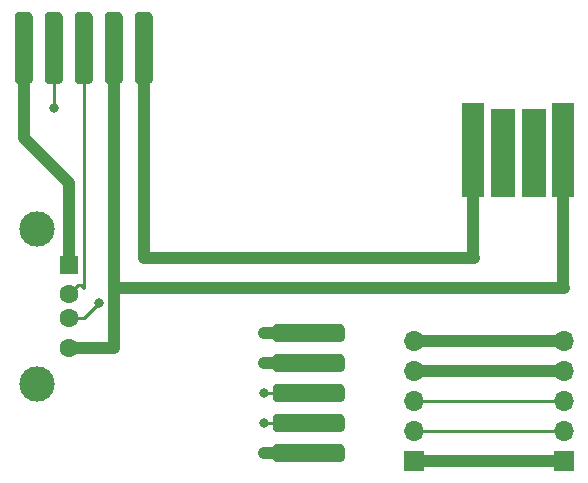
<source format=gbr>
G04 #@! TF.GenerationSoftware,KiCad,Pcbnew,5.1.4-5.1.4*
G04 #@! TF.CreationDate,2019-09-28T18:39:02+02:00*
G04 #@! TF.ProjectId,Multiboard,4d756c74-6962-46f6-9172-642e6b696361,rev?*
G04 #@! TF.SameCoordinates,Original*
G04 #@! TF.FileFunction,Copper,L1,Top*
G04 #@! TF.FilePolarity,Positive*
%FSLAX46Y46*%
G04 Gerber Fmt 4.6, Leading zero omitted, Abs format (unit mm)*
G04 Created by KiCad (PCBNEW 5.1.4-5.1.4) date 2019-09-28 18:39:02*
%MOMM*%
%LPD*%
G04 APERTURE LIST*
%ADD10O,1.700000X1.700000*%
%ADD11R,1.700000X1.700000*%
%ADD12R,1.900000X8.000000*%
%ADD13R,2.000000X7.500000*%
%ADD14C,0.100000*%
%ADD15C,1.524000*%
%ADD16C,3.000000*%
%ADD17R,1.600000X1.600000*%
%ADD18C,1.600000*%
%ADD19C,1.000000*%
%ADD20C,0.800000*%
%ADD21C,1.000000*%
%ADD22C,0.250000*%
G04 APERTURE END LIST*
D10*
X149860000Y-104854999D03*
X149860000Y-107394999D03*
X149860000Y-109934999D03*
X149860000Y-112474999D03*
D11*
X149860000Y-115014999D03*
D12*
X154910000Y-88650000D03*
X162530000Y-88650000D03*
D13*
X160020000Y-88900000D03*
X157420000Y-88900000D03*
D14*
G36*
X143674345Y-103379835D02*
G01*
X143711329Y-103385321D01*
X143747598Y-103394406D01*
X143782802Y-103407002D01*
X143816602Y-103422988D01*
X143848672Y-103442210D01*
X143878704Y-103464483D01*
X143906408Y-103489592D01*
X143931517Y-103517296D01*
X143953790Y-103547328D01*
X143973012Y-103579398D01*
X143988998Y-103613198D01*
X144001594Y-103648402D01*
X144010679Y-103684671D01*
X144016165Y-103721655D01*
X144018000Y-103759000D01*
X144018000Y-104521000D01*
X144016165Y-104558345D01*
X144010679Y-104595329D01*
X144001594Y-104631598D01*
X143988998Y-104666802D01*
X143973012Y-104700602D01*
X143953790Y-104732672D01*
X143931517Y-104762704D01*
X143906408Y-104790408D01*
X143878704Y-104815517D01*
X143848672Y-104837790D01*
X143816602Y-104857012D01*
X143782802Y-104872998D01*
X143747598Y-104885594D01*
X143711329Y-104894679D01*
X143674345Y-104900165D01*
X143637000Y-104902000D01*
X138303000Y-104902000D01*
X138265655Y-104900165D01*
X138228671Y-104894679D01*
X138192402Y-104885594D01*
X138157198Y-104872998D01*
X138123398Y-104857012D01*
X138091328Y-104837790D01*
X138061296Y-104815517D01*
X138033592Y-104790408D01*
X138008483Y-104762704D01*
X137986210Y-104732672D01*
X137966988Y-104700602D01*
X137951002Y-104666802D01*
X137938406Y-104631598D01*
X137929321Y-104595329D01*
X137923835Y-104558345D01*
X137922000Y-104521000D01*
X137922000Y-103759000D01*
X137923835Y-103721655D01*
X137929321Y-103684671D01*
X137938406Y-103648402D01*
X137951002Y-103613198D01*
X137966988Y-103579398D01*
X137986210Y-103547328D01*
X138008483Y-103517296D01*
X138033592Y-103489592D01*
X138061296Y-103464483D01*
X138091328Y-103442210D01*
X138123398Y-103422988D01*
X138157198Y-103407002D01*
X138192402Y-103394406D01*
X138228671Y-103385321D01*
X138265655Y-103379835D01*
X138303000Y-103378000D01*
X143637000Y-103378000D01*
X143674345Y-103379835D01*
X143674345Y-103379835D01*
G37*
D15*
X140970000Y-104140000D03*
D14*
G36*
X143674345Y-105919835D02*
G01*
X143711329Y-105925321D01*
X143747598Y-105934406D01*
X143782802Y-105947002D01*
X143816602Y-105962988D01*
X143848672Y-105982210D01*
X143878704Y-106004483D01*
X143906408Y-106029592D01*
X143931517Y-106057296D01*
X143953790Y-106087328D01*
X143973012Y-106119398D01*
X143988998Y-106153198D01*
X144001594Y-106188402D01*
X144010679Y-106224671D01*
X144016165Y-106261655D01*
X144018000Y-106299000D01*
X144018000Y-107061000D01*
X144016165Y-107098345D01*
X144010679Y-107135329D01*
X144001594Y-107171598D01*
X143988998Y-107206802D01*
X143973012Y-107240602D01*
X143953790Y-107272672D01*
X143931517Y-107302704D01*
X143906408Y-107330408D01*
X143878704Y-107355517D01*
X143848672Y-107377790D01*
X143816602Y-107397012D01*
X143782802Y-107412998D01*
X143747598Y-107425594D01*
X143711329Y-107434679D01*
X143674345Y-107440165D01*
X143637000Y-107442000D01*
X138303000Y-107442000D01*
X138265655Y-107440165D01*
X138228671Y-107434679D01*
X138192402Y-107425594D01*
X138157198Y-107412998D01*
X138123398Y-107397012D01*
X138091328Y-107377790D01*
X138061296Y-107355517D01*
X138033592Y-107330408D01*
X138008483Y-107302704D01*
X137986210Y-107272672D01*
X137966988Y-107240602D01*
X137951002Y-107206802D01*
X137938406Y-107171598D01*
X137929321Y-107135329D01*
X137923835Y-107098345D01*
X137922000Y-107061000D01*
X137922000Y-106299000D01*
X137923835Y-106261655D01*
X137929321Y-106224671D01*
X137938406Y-106188402D01*
X137951002Y-106153198D01*
X137966988Y-106119398D01*
X137986210Y-106087328D01*
X138008483Y-106057296D01*
X138033592Y-106029592D01*
X138061296Y-106004483D01*
X138091328Y-105982210D01*
X138123398Y-105962988D01*
X138157198Y-105947002D01*
X138192402Y-105934406D01*
X138228671Y-105925321D01*
X138265655Y-105919835D01*
X138303000Y-105918000D01*
X143637000Y-105918000D01*
X143674345Y-105919835D01*
X143674345Y-105919835D01*
G37*
D15*
X140970000Y-106680000D03*
D14*
G36*
X143674345Y-108459835D02*
G01*
X143711329Y-108465321D01*
X143747598Y-108474406D01*
X143782802Y-108487002D01*
X143816602Y-108502988D01*
X143848672Y-108522210D01*
X143878704Y-108544483D01*
X143906408Y-108569592D01*
X143931517Y-108597296D01*
X143953790Y-108627328D01*
X143973012Y-108659398D01*
X143988998Y-108693198D01*
X144001594Y-108728402D01*
X144010679Y-108764671D01*
X144016165Y-108801655D01*
X144018000Y-108839000D01*
X144018000Y-109601000D01*
X144016165Y-109638345D01*
X144010679Y-109675329D01*
X144001594Y-109711598D01*
X143988998Y-109746802D01*
X143973012Y-109780602D01*
X143953790Y-109812672D01*
X143931517Y-109842704D01*
X143906408Y-109870408D01*
X143878704Y-109895517D01*
X143848672Y-109917790D01*
X143816602Y-109937012D01*
X143782802Y-109952998D01*
X143747598Y-109965594D01*
X143711329Y-109974679D01*
X143674345Y-109980165D01*
X143637000Y-109982000D01*
X138303000Y-109982000D01*
X138265655Y-109980165D01*
X138228671Y-109974679D01*
X138192402Y-109965594D01*
X138157198Y-109952998D01*
X138123398Y-109937012D01*
X138091328Y-109917790D01*
X138061296Y-109895517D01*
X138033592Y-109870408D01*
X138008483Y-109842704D01*
X137986210Y-109812672D01*
X137966988Y-109780602D01*
X137951002Y-109746802D01*
X137938406Y-109711598D01*
X137929321Y-109675329D01*
X137923835Y-109638345D01*
X137922000Y-109601000D01*
X137922000Y-108839000D01*
X137923835Y-108801655D01*
X137929321Y-108764671D01*
X137938406Y-108728402D01*
X137951002Y-108693198D01*
X137966988Y-108659398D01*
X137986210Y-108627328D01*
X138008483Y-108597296D01*
X138033592Y-108569592D01*
X138061296Y-108544483D01*
X138091328Y-108522210D01*
X138123398Y-108502988D01*
X138157198Y-108487002D01*
X138192402Y-108474406D01*
X138228671Y-108465321D01*
X138265655Y-108459835D01*
X138303000Y-108458000D01*
X143637000Y-108458000D01*
X143674345Y-108459835D01*
X143674345Y-108459835D01*
G37*
D15*
X140970000Y-109220000D03*
D14*
G36*
X143674345Y-110999835D02*
G01*
X143711329Y-111005321D01*
X143747598Y-111014406D01*
X143782802Y-111027002D01*
X143816602Y-111042988D01*
X143848672Y-111062210D01*
X143878704Y-111084483D01*
X143906408Y-111109592D01*
X143931517Y-111137296D01*
X143953790Y-111167328D01*
X143973012Y-111199398D01*
X143988998Y-111233198D01*
X144001594Y-111268402D01*
X144010679Y-111304671D01*
X144016165Y-111341655D01*
X144018000Y-111379000D01*
X144018000Y-112141000D01*
X144016165Y-112178345D01*
X144010679Y-112215329D01*
X144001594Y-112251598D01*
X143988998Y-112286802D01*
X143973012Y-112320602D01*
X143953790Y-112352672D01*
X143931517Y-112382704D01*
X143906408Y-112410408D01*
X143878704Y-112435517D01*
X143848672Y-112457790D01*
X143816602Y-112477012D01*
X143782802Y-112492998D01*
X143747598Y-112505594D01*
X143711329Y-112514679D01*
X143674345Y-112520165D01*
X143637000Y-112522000D01*
X138303000Y-112522000D01*
X138265655Y-112520165D01*
X138228671Y-112514679D01*
X138192402Y-112505594D01*
X138157198Y-112492998D01*
X138123398Y-112477012D01*
X138091328Y-112457790D01*
X138061296Y-112435517D01*
X138033592Y-112410408D01*
X138008483Y-112382704D01*
X137986210Y-112352672D01*
X137966988Y-112320602D01*
X137951002Y-112286802D01*
X137938406Y-112251598D01*
X137929321Y-112215329D01*
X137923835Y-112178345D01*
X137922000Y-112141000D01*
X137922000Y-111379000D01*
X137923835Y-111341655D01*
X137929321Y-111304671D01*
X137938406Y-111268402D01*
X137951002Y-111233198D01*
X137966988Y-111199398D01*
X137986210Y-111167328D01*
X138008483Y-111137296D01*
X138033592Y-111109592D01*
X138061296Y-111084483D01*
X138091328Y-111062210D01*
X138123398Y-111042988D01*
X138157198Y-111027002D01*
X138192402Y-111014406D01*
X138228671Y-111005321D01*
X138265655Y-110999835D01*
X138303000Y-110998000D01*
X143637000Y-110998000D01*
X143674345Y-110999835D01*
X143674345Y-110999835D01*
G37*
D15*
X140970000Y-111760000D03*
D14*
G36*
X143674345Y-113539835D02*
G01*
X143711329Y-113545321D01*
X143747598Y-113554406D01*
X143782802Y-113567002D01*
X143816602Y-113582988D01*
X143848672Y-113602210D01*
X143878704Y-113624483D01*
X143906408Y-113649592D01*
X143931517Y-113677296D01*
X143953790Y-113707328D01*
X143973012Y-113739398D01*
X143988998Y-113773198D01*
X144001594Y-113808402D01*
X144010679Y-113844671D01*
X144016165Y-113881655D01*
X144018000Y-113919000D01*
X144018000Y-114681000D01*
X144016165Y-114718345D01*
X144010679Y-114755329D01*
X144001594Y-114791598D01*
X143988998Y-114826802D01*
X143973012Y-114860602D01*
X143953790Y-114892672D01*
X143931517Y-114922704D01*
X143906408Y-114950408D01*
X143878704Y-114975517D01*
X143848672Y-114997790D01*
X143816602Y-115017012D01*
X143782802Y-115032998D01*
X143747598Y-115045594D01*
X143711329Y-115054679D01*
X143674345Y-115060165D01*
X143637000Y-115062000D01*
X138303000Y-115062000D01*
X138265655Y-115060165D01*
X138228671Y-115054679D01*
X138192402Y-115045594D01*
X138157198Y-115032998D01*
X138123398Y-115017012D01*
X138091328Y-114997790D01*
X138061296Y-114975517D01*
X138033592Y-114950408D01*
X138008483Y-114922704D01*
X137986210Y-114892672D01*
X137966988Y-114860602D01*
X137951002Y-114826802D01*
X137938406Y-114791598D01*
X137929321Y-114755329D01*
X137923835Y-114718345D01*
X137922000Y-114681000D01*
X137922000Y-113919000D01*
X137923835Y-113881655D01*
X137929321Y-113844671D01*
X137938406Y-113808402D01*
X137951002Y-113773198D01*
X137966988Y-113739398D01*
X137986210Y-113707328D01*
X138008483Y-113677296D01*
X138033592Y-113649592D01*
X138061296Y-113624483D01*
X138091328Y-113602210D01*
X138123398Y-113582988D01*
X138157198Y-113567002D01*
X138192402Y-113554406D01*
X138228671Y-113545321D01*
X138265655Y-113539835D01*
X138303000Y-113538000D01*
X143637000Y-113538000D01*
X143674345Y-113539835D01*
X143674345Y-113539835D01*
G37*
D15*
X140970000Y-114300000D03*
D11*
X162560000Y-115014999D03*
D10*
X162560000Y-112474999D03*
X162560000Y-109934999D03*
X162560000Y-107394999D03*
X162560000Y-104854999D03*
D14*
G36*
X117258345Y-76963835D02*
G01*
X117295329Y-76969321D01*
X117331598Y-76978406D01*
X117366802Y-76991002D01*
X117400602Y-77006988D01*
X117432672Y-77026210D01*
X117462704Y-77048483D01*
X117490408Y-77073592D01*
X117515517Y-77101296D01*
X117537790Y-77131328D01*
X117557012Y-77163398D01*
X117572998Y-77197198D01*
X117585594Y-77232402D01*
X117594679Y-77268671D01*
X117600165Y-77305655D01*
X117602000Y-77343000D01*
X117602000Y-82677000D01*
X117600165Y-82714345D01*
X117594679Y-82751329D01*
X117585594Y-82787598D01*
X117572998Y-82822802D01*
X117557012Y-82856602D01*
X117537790Y-82888672D01*
X117515517Y-82918704D01*
X117490408Y-82946408D01*
X117462704Y-82971517D01*
X117432672Y-82993790D01*
X117400602Y-83013012D01*
X117366802Y-83028998D01*
X117331598Y-83041594D01*
X117295329Y-83050679D01*
X117258345Y-83056165D01*
X117221000Y-83058000D01*
X116459000Y-83058000D01*
X116421655Y-83056165D01*
X116384671Y-83050679D01*
X116348402Y-83041594D01*
X116313198Y-83028998D01*
X116279398Y-83013012D01*
X116247328Y-82993790D01*
X116217296Y-82971517D01*
X116189592Y-82946408D01*
X116164483Y-82918704D01*
X116142210Y-82888672D01*
X116122988Y-82856602D01*
X116107002Y-82822802D01*
X116094406Y-82787598D01*
X116085321Y-82751329D01*
X116079835Y-82714345D01*
X116078000Y-82677000D01*
X116078000Y-77343000D01*
X116079835Y-77305655D01*
X116085321Y-77268671D01*
X116094406Y-77232402D01*
X116107002Y-77197198D01*
X116122988Y-77163398D01*
X116142210Y-77131328D01*
X116164483Y-77101296D01*
X116189592Y-77073592D01*
X116217296Y-77048483D01*
X116247328Y-77026210D01*
X116279398Y-77006988D01*
X116313198Y-76991002D01*
X116348402Y-76978406D01*
X116384671Y-76969321D01*
X116421655Y-76963835D01*
X116459000Y-76962000D01*
X117221000Y-76962000D01*
X117258345Y-76963835D01*
X117258345Y-76963835D01*
G37*
D15*
X116840000Y-80010000D03*
D14*
G36*
X119798345Y-76963835D02*
G01*
X119835329Y-76969321D01*
X119871598Y-76978406D01*
X119906802Y-76991002D01*
X119940602Y-77006988D01*
X119972672Y-77026210D01*
X120002704Y-77048483D01*
X120030408Y-77073592D01*
X120055517Y-77101296D01*
X120077790Y-77131328D01*
X120097012Y-77163398D01*
X120112998Y-77197198D01*
X120125594Y-77232402D01*
X120134679Y-77268671D01*
X120140165Y-77305655D01*
X120142000Y-77343000D01*
X120142000Y-82677000D01*
X120140165Y-82714345D01*
X120134679Y-82751329D01*
X120125594Y-82787598D01*
X120112998Y-82822802D01*
X120097012Y-82856602D01*
X120077790Y-82888672D01*
X120055517Y-82918704D01*
X120030408Y-82946408D01*
X120002704Y-82971517D01*
X119972672Y-82993790D01*
X119940602Y-83013012D01*
X119906802Y-83028998D01*
X119871598Y-83041594D01*
X119835329Y-83050679D01*
X119798345Y-83056165D01*
X119761000Y-83058000D01*
X118999000Y-83058000D01*
X118961655Y-83056165D01*
X118924671Y-83050679D01*
X118888402Y-83041594D01*
X118853198Y-83028998D01*
X118819398Y-83013012D01*
X118787328Y-82993790D01*
X118757296Y-82971517D01*
X118729592Y-82946408D01*
X118704483Y-82918704D01*
X118682210Y-82888672D01*
X118662988Y-82856602D01*
X118647002Y-82822802D01*
X118634406Y-82787598D01*
X118625321Y-82751329D01*
X118619835Y-82714345D01*
X118618000Y-82677000D01*
X118618000Y-77343000D01*
X118619835Y-77305655D01*
X118625321Y-77268671D01*
X118634406Y-77232402D01*
X118647002Y-77197198D01*
X118662988Y-77163398D01*
X118682210Y-77131328D01*
X118704483Y-77101296D01*
X118729592Y-77073592D01*
X118757296Y-77048483D01*
X118787328Y-77026210D01*
X118819398Y-77006988D01*
X118853198Y-76991002D01*
X118888402Y-76978406D01*
X118924671Y-76969321D01*
X118961655Y-76963835D01*
X118999000Y-76962000D01*
X119761000Y-76962000D01*
X119798345Y-76963835D01*
X119798345Y-76963835D01*
G37*
D15*
X119380000Y-80010000D03*
D14*
G36*
X122338345Y-76963835D02*
G01*
X122375329Y-76969321D01*
X122411598Y-76978406D01*
X122446802Y-76991002D01*
X122480602Y-77006988D01*
X122512672Y-77026210D01*
X122542704Y-77048483D01*
X122570408Y-77073592D01*
X122595517Y-77101296D01*
X122617790Y-77131328D01*
X122637012Y-77163398D01*
X122652998Y-77197198D01*
X122665594Y-77232402D01*
X122674679Y-77268671D01*
X122680165Y-77305655D01*
X122682000Y-77343000D01*
X122682000Y-82677000D01*
X122680165Y-82714345D01*
X122674679Y-82751329D01*
X122665594Y-82787598D01*
X122652998Y-82822802D01*
X122637012Y-82856602D01*
X122617790Y-82888672D01*
X122595517Y-82918704D01*
X122570408Y-82946408D01*
X122542704Y-82971517D01*
X122512672Y-82993790D01*
X122480602Y-83013012D01*
X122446802Y-83028998D01*
X122411598Y-83041594D01*
X122375329Y-83050679D01*
X122338345Y-83056165D01*
X122301000Y-83058000D01*
X121539000Y-83058000D01*
X121501655Y-83056165D01*
X121464671Y-83050679D01*
X121428402Y-83041594D01*
X121393198Y-83028998D01*
X121359398Y-83013012D01*
X121327328Y-82993790D01*
X121297296Y-82971517D01*
X121269592Y-82946408D01*
X121244483Y-82918704D01*
X121222210Y-82888672D01*
X121202988Y-82856602D01*
X121187002Y-82822802D01*
X121174406Y-82787598D01*
X121165321Y-82751329D01*
X121159835Y-82714345D01*
X121158000Y-82677000D01*
X121158000Y-77343000D01*
X121159835Y-77305655D01*
X121165321Y-77268671D01*
X121174406Y-77232402D01*
X121187002Y-77197198D01*
X121202988Y-77163398D01*
X121222210Y-77131328D01*
X121244483Y-77101296D01*
X121269592Y-77073592D01*
X121297296Y-77048483D01*
X121327328Y-77026210D01*
X121359398Y-77006988D01*
X121393198Y-76991002D01*
X121428402Y-76978406D01*
X121464671Y-76969321D01*
X121501655Y-76963835D01*
X121539000Y-76962000D01*
X122301000Y-76962000D01*
X122338345Y-76963835D01*
X122338345Y-76963835D01*
G37*
D15*
X121920000Y-80010000D03*
D14*
G36*
X124878345Y-76963835D02*
G01*
X124915329Y-76969321D01*
X124951598Y-76978406D01*
X124986802Y-76991002D01*
X125020602Y-77006988D01*
X125052672Y-77026210D01*
X125082704Y-77048483D01*
X125110408Y-77073592D01*
X125135517Y-77101296D01*
X125157790Y-77131328D01*
X125177012Y-77163398D01*
X125192998Y-77197198D01*
X125205594Y-77232402D01*
X125214679Y-77268671D01*
X125220165Y-77305655D01*
X125222000Y-77343000D01*
X125222000Y-82677000D01*
X125220165Y-82714345D01*
X125214679Y-82751329D01*
X125205594Y-82787598D01*
X125192998Y-82822802D01*
X125177012Y-82856602D01*
X125157790Y-82888672D01*
X125135517Y-82918704D01*
X125110408Y-82946408D01*
X125082704Y-82971517D01*
X125052672Y-82993790D01*
X125020602Y-83013012D01*
X124986802Y-83028998D01*
X124951598Y-83041594D01*
X124915329Y-83050679D01*
X124878345Y-83056165D01*
X124841000Y-83058000D01*
X124079000Y-83058000D01*
X124041655Y-83056165D01*
X124004671Y-83050679D01*
X123968402Y-83041594D01*
X123933198Y-83028998D01*
X123899398Y-83013012D01*
X123867328Y-82993790D01*
X123837296Y-82971517D01*
X123809592Y-82946408D01*
X123784483Y-82918704D01*
X123762210Y-82888672D01*
X123742988Y-82856602D01*
X123727002Y-82822802D01*
X123714406Y-82787598D01*
X123705321Y-82751329D01*
X123699835Y-82714345D01*
X123698000Y-82677000D01*
X123698000Y-77343000D01*
X123699835Y-77305655D01*
X123705321Y-77268671D01*
X123714406Y-77232402D01*
X123727002Y-77197198D01*
X123742988Y-77163398D01*
X123762210Y-77131328D01*
X123784483Y-77101296D01*
X123809592Y-77073592D01*
X123837296Y-77048483D01*
X123867328Y-77026210D01*
X123899398Y-77006988D01*
X123933198Y-76991002D01*
X123968402Y-76978406D01*
X124004671Y-76969321D01*
X124041655Y-76963835D01*
X124079000Y-76962000D01*
X124841000Y-76962000D01*
X124878345Y-76963835D01*
X124878345Y-76963835D01*
G37*
D15*
X124460000Y-80010000D03*
D14*
G36*
X127418345Y-76963835D02*
G01*
X127455329Y-76969321D01*
X127491598Y-76978406D01*
X127526802Y-76991002D01*
X127560602Y-77006988D01*
X127592672Y-77026210D01*
X127622704Y-77048483D01*
X127650408Y-77073592D01*
X127675517Y-77101296D01*
X127697790Y-77131328D01*
X127717012Y-77163398D01*
X127732998Y-77197198D01*
X127745594Y-77232402D01*
X127754679Y-77268671D01*
X127760165Y-77305655D01*
X127762000Y-77343000D01*
X127762000Y-82677000D01*
X127760165Y-82714345D01*
X127754679Y-82751329D01*
X127745594Y-82787598D01*
X127732998Y-82822802D01*
X127717012Y-82856602D01*
X127697790Y-82888672D01*
X127675517Y-82918704D01*
X127650408Y-82946408D01*
X127622704Y-82971517D01*
X127592672Y-82993790D01*
X127560602Y-83013012D01*
X127526802Y-83028998D01*
X127491598Y-83041594D01*
X127455329Y-83050679D01*
X127418345Y-83056165D01*
X127381000Y-83058000D01*
X126619000Y-83058000D01*
X126581655Y-83056165D01*
X126544671Y-83050679D01*
X126508402Y-83041594D01*
X126473198Y-83028998D01*
X126439398Y-83013012D01*
X126407328Y-82993790D01*
X126377296Y-82971517D01*
X126349592Y-82946408D01*
X126324483Y-82918704D01*
X126302210Y-82888672D01*
X126282988Y-82856602D01*
X126267002Y-82822802D01*
X126254406Y-82787598D01*
X126245321Y-82751329D01*
X126239835Y-82714345D01*
X126238000Y-82677000D01*
X126238000Y-77343000D01*
X126239835Y-77305655D01*
X126245321Y-77268671D01*
X126254406Y-77232402D01*
X126267002Y-77197198D01*
X126282988Y-77163398D01*
X126302210Y-77131328D01*
X126324483Y-77101296D01*
X126349592Y-77073592D01*
X126377296Y-77048483D01*
X126407328Y-77026210D01*
X126439398Y-77006988D01*
X126473198Y-76991002D01*
X126508402Y-76978406D01*
X126544671Y-76969321D01*
X126581655Y-76963835D01*
X126619000Y-76962000D01*
X127381000Y-76962000D01*
X127418345Y-76963835D01*
X127418345Y-76963835D01*
G37*
D15*
X127000000Y-80010000D03*
D16*
X117940000Y-108440000D03*
X117940000Y-95300000D03*
D17*
X120650000Y-98370000D03*
D18*
X120650000Y-100870000D03*
X120650000Y-102870000D03*
X120650000Y-105370000D03*
D19*
X137160000Y-104140000D03*
X137160000Y-106680000D03*
D20*
X137160000Y-109220000D03*
X137160000Y-111760000D03*
D19*
X137160000Y-114300000D03*
D20*
X119380000Y-85090000D03*
X123190000Y-101600000D03*
D21*
X137160000Y-104140000D02*
X140970000Y-104140000D01*
X137160000Y-106680000D02*
X140970000Y-106680000D01*
D22*
X137160000Y-109220000D02*
X140970000Y-109220000D01*
X137160000Y-111760000D02*
X140970000Y-111760000D01*
D21*
X137160000Y-114300000D02*
X140970000Y-114300000D01*
X160190000Y-115014999D02*
X149860000Y-115014999D01*
X162560000Y-115014999D02*
X160190000Y-115014999D01*
D22*
X160087919Y-112474999D02*
X149860000Y-112474999D01*
X162560000Y-112474999D02*
X160087919Y-112474999D01*
X160087919Y-109934999D02*
X149860000Y-109934999D01*
X162560000Y-109934999D02*
X160087919Y-109934999D01*
D21*
X160087919Y-107394999D02*
X149860000Y-107394999D01*
X162560000Y-107394999D02*
X160087919Y-107394999D01*
X160087919Y-104854999D02*
X149860000Y-104854999D01*
X162560000Y-104854999D02*
X160087919Y-104854999D01*
X116840000Y-80010000D02*
X116840000Y-87630000D01*
X120650000Y-91440000D02*
X120650000Y-98370000D01*
X116840000Y-87630000D02*
X120650000Y-91440000D01*
D22*
X119380000Y-80010000D02*
X119380000Y-85090000D01*
X119380000Y-85090000D02*
X119380000Y-85090000D01*
X121920000Y-102870000D02*
X123190000Y-101600000D01*
X120650000Y-102870000D02*
X121920000Y-102870000D01*
X121449999Y-100070001D02*
X120650000Y-100870000D01*
X121660001Y-100070001D02*
X121449999Y-100070001D01*
X121920000Y-100330000D02*
X121660001Y-100070001D01*
X121920000Y-80010000D02*
X121920000Y-100330000D01*
D21*
X124420000Y-105370000D02*
X120650000Y-105370000D01*
X124460000Y-105410000D02*
X124420000Y-105370000D01*
X124460000Y-80010000D02*
X124460000Y-95250000D01*
X124460000Y-100330000D02*
X124460000Y-105410000D01*
X124460000Y-100330000D02*
X162560000Y-100330000D01*
X124460000Y-95250000D02*
X124460000Y-100330000D01*
X162530000Y-100300000D02*
X162530000Y-88650000D01*
X162560000Y-100330000D02*
X162530000Y-100300000D01*
X154940000Y-97790000D02*
X154910000Y-97760000D01*
X127000000Y-80010000D02*
X127000000Y-97790000D01*
X154910000Y-97760000D02*
X154910000Y-88650000D01*
X127000000Y-97790000D02*
X154940000Y-97790000D01*
M02*

</source>
